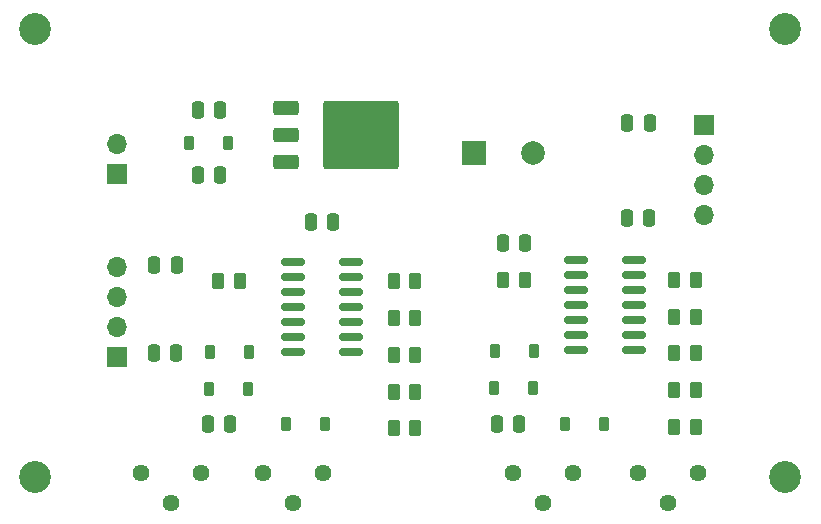
<source format=gbr>
%TF.GenerationSoftware,KiCad,Pcbnew,9.0.0*%
%TF.CreationDate,2025-03-02T16:31:14-06:00*%
%TF.ProjectId,peak-read-amp,7065616b-2d72-4656-9164-2d616d702e6b,rev?*%
%TF.SameCoordinates,Original*%
%TF.FileFunction,Soldermask,Top*%
%TF.FilePolarity,Negative*%
%FSLAX46Y46*%
G04 Gerber Fmt 4.6, Leading zero omitted, Abs format (unit mm)*
G04 Created by KiCad (PCBNEW 9.0.0) date 2025-03-02 16:31:14*
%MOMM*%
%LPD*%
G01*
G04 APERTURE LIST*
G04 Aperture macros list*
%AMRoundRect*
0 Rectangle with rounded corners*
0 $1 Rounding radius*
0 $2 $3 $4 $5 $6 $7 $8 $9 X,Y pos of 4 corners*
0 Add a 4 corners polygon primitive as box body*
4,1,4,$2,$3,$4,$5,$6,$7,$8,$9,$2,$3,0*
0 Add four circle primitives for the rounded corners*
1,1,$1+$1,$2,$3*
1,1,$1+$1,$4,$5*
1,1,$1+$1,$6,$7*
1,1,$1+$1,$8,$9*
0 Add four rect primitives between the rounded corners*
20,1,$1+$1,$2,$3,$4,$5,0*
20,1,$1+$1,$4,$5,$6,$7,0*
20,1,$1+$1,$6,$7,$8,$9,0*
20,1,$1+$1,$8,$9,$2,$3,0*%
G04 Aperture macros list end*
%ADD10RoundRect,0.250000X-0.262500X-0.450000X0.262500X-0.450000X0.262500X0.450000X-0.262500X0.450000X0*%
%ADD11R,2.000000X2.000000*%
%ADD12C,2.000000*%
%ADD13C,2.700000*%
%ADD14C,1.440000*%
%ADD15RoundRect,0.250000X0.250000X0.475000X-0.250000X0.475000X-0.250000X-0.475000X0.250000X-0.475000X0*%
%ADD16RoundRect,0.225000X-0.225000X-0.375000X0.225000X-0.375000X0.225000X0.375000X-0.225000X0.375000X0*%
%ADD17RoundRect,0.250000X-0.250000X-0.475000X0.250000X-0.475000X0.250000X0.475000X-0.250000X0.475000X0*%
%ADD18RoundRect,0.250000X0.262500X0.450000X-0.262500X0.450000X-0.262500X-0.450000X0.262500X-0.450000X0*%
%ADD19R,1.700000X1.700000*%
%ADD20O,1.700000X1.700000*%
%ADD21RoundRect,0.150000X-0.825000X-0.150000X0.825000X-0.150000X0.825000X0.150000X-0.825000X0.150000X0*%
%ADD22RoundRect,0.225000X0.225000X0.375000X-0.225000X0.375000X-0.225000X-0.375000X0.225000X-0.375000X0*%
%ADD23RoundRect,0.250000X-0.850000X-0.350000X0.850000X-0.350000X0.850000X0.350000X-0.850000X0.350000X0*%
%ADD24RoundRect,0.249997X-2.950003X-2.650003X2.950003X-2.650003X2.950003X2.650003X-2.950003X2.650003X0*%
G04 APERTURE END LIST*
D10*
%TO.C,R8*%
X109337500Y-129100000D03*
X111162500Y-129100000D03*
%TD*%
%TO.C,R5*%
X133087500Y-122750000D03*
X134912500Y-122750000D03*
%TD*%
D11*
%TO.C,C2*%
X116132323Y-112000000D03*
D12*
X121132323Y-112000000D03*
%TD*%
D13*
%TO.C,H2*%
X142500000Y-101500000D03*
%TD*%
D14*
%TO.C,RV1*%
X124550000Y-139125000D03*
X122010000Y-141665000D03*
X119470000Y-139125000D03*
%TD*%
D13*
%TO.C,H4*%
X79000000Y-139500000D03*
%TD*%
D14*
%TO.C,RV2*%
X135080000Y-139125000D03*
X132540000Y-141665000D03*
X130000000Y-139125000D03*
%TD*%
D15*
%TO.C,C3*%
X94647500Y-113897500D03*
X92747500Y-113897500D03*
%TD*%
D16*
%TO.C,D4*%
X93745000Y-128900000D03*
X97045000Y-128900000D03*
%TD*%
D14*
%TO.C,RV3*%
X93050000Y-139125000D03*
X90510000Y-141665000D03*
X87970000Y-139125000D03*
%TD*%
D10*
%TO.C,R11*%
X109337500Y-122850000D03*
X111162500Y-122850000D03*
%TD*%
%TO.C,R2*%
X133087500Y-129000000D03*
X134912500Y-129000000D03*
%TD*%
D16*
%TO.C,D6*%
X100200000Y-135000000D03*
X103500000Y-135000000D03*
%TD*%
D17*
%TO.C,C4*%
X89000000Y-129000000D03*
X90900000Y-129000000D03*
%TD*%
D14*
%TO.C,RV4*%
X103300000Y-139125000D03*
X100760000Y-141665000D03*
X98220000Y-139125000D03*
%TD*%
D13*
%TO.C,H3*%
X142500000Y-139500000D03*
%TD*%
D17*
%TO.C,C8*%
X102300000Y-117850000D03*
X104200000Y-117850000D03*
%TD*%
D18*
%TO.C,R12*%
X111162500Y-125975000D03*
X109337500Y-125975000D03*
%TD*%
D10*
%TO.C,R3*%
X133087500Y-132125000D03*
X134912500Y-132125000D03*
%TD*%
D15*
%TO.C,C9*%
X120485000Y-119630000D03*
X118585000Y-119630000D03*
%TD*%
%TO.C,C10*%
X130950000Y-117500000D03*
X129050000Y-117500000D03*
%TD*%
D17*
%TO.C,C5*%
X89050000Y-121500000D03*
X90950000Y-121500000D03*
%TD*%
D15*
%TO.C,C7*%
X95500000Y-135000000D03*
X93600000Y-135000000D03*
%TD*%
D16*
%TO.C,D1*%
X117895000Y-128800000D03*
X121195000Y-128800000D03*
%TD*%
D19*
%TO.C,J1*%
X85875000Y-113775000D03*
D20*
X85875000Y-111235000D03*
%TD*%
D15*
%TO.C,C6*%
X119950000Y-135000000D03*
X118050000Y-135000000D03*
%TD*%
D21*
%TO.C,U2*%
X124760000Y-121130000D03*
X124760000Y-122400000D03*
X124760000Y-123670000D03*
X124760000Y-124940000D03*
X124760000Y-126210000D03*
X124760000Y-127480000D03*
X124760000Y-128750000D03*
X129710000Y-128750000D03*
X129710000Y-127480000D03*
X129710000Y-126210000D03*
X129710000Y-124940000D03*
X129710000Y-123670000D03*
X129710000Y-122400000D03*
X129710000Y-121130000D03*
%TD*%
D22*
%TO.C,D5*%
X97000000Y-132025000D03*
X93700000Y-132025000D03*
%TD*%
D18*
%TO.C,R6*%
X134912500Y-125875000D03*
X133087500Y-125875000D03*
%TD*%
D19*
%TO.C,J3*%
X135625000Y-109700000D03*
D20*
X135625000Y-112240000D03*
X135625000Y-114780000D03*
X135625000Y-117320000D03*
%TD*%
D22*
%TO.C,D2*%
X121150000Y-131925000D03*
X117850000Y-131925000D03*
%TD*%
D16*
%TO.C,D3*%
X123850000Y-135000000D03*
X127150000Y-135000000D03*
%TD*%
D19*
%TO.C,J2*%
X85875000Y-129300000D03*
D20*
X85875000Y-126760000D03*
X85875000Y-124220000D03*
X85875000Y-121680000D03*
%TD*%
D10*
%TO.C,R9*%
X109337500Y-135350000D03*
X111162500Y-135350000D03*
%TD*%
%TO.C,R4*%
X133087500Y-135250000D03*
X134912500Y-135250000D03*
%TD*%
D15*
%TO.C,C11*%
X131000000Y-109500000D03*
X129100000Y-109500000D03*
%TD*%
D10*
%TO.C,R10*%
X109337500Y-132225000D03*
X111162500Y-132225000D03*
%TD*%
D23*
%TO.C,U1*%
X100250000Y-108190000D03*
X100250000Y-110470000D03*
D24*
X106550000Y-110470000D03*
D23*
X100250000Y-112750000D03*
%TD*%
D15*
%TO.C,C1*%
X94647500Y-108397500D03*
X92747500Y-108397500D03*
%TD*%
D10*
%TO.C,R7*%
X94460000Y-122850000D03*
X96285000Y-122850000D03*
%TD*%
D13*
%TO.C,H1*%
X79000000Y-101500000D03*
%TD*%
D10*
%TO.C,R1*%
X118610000Y-122750000D03*
X120435000Y-122750000D03*
%TD*%
D21*
%TO.C,U3*%
X100775000Y-121230000D03*
X100775000Y-122500000D03*
X100775000Y-123770000D03*
X100775000Y-125040000D03*
X100775000Y-126310000D03*
X100775000Y-127580000D03*
X100775000Y-128850000D03*
X105725000Y-128850000D03*
X105725000Y-127580000D03*
X105725000Y-126310000D03*
X105725000Y-125040000D03*
X105725000Y-123770000D03*
X105725000Y-122500000D03*
X105725000Y-121230000D03*
%TD*%
D22*
%TO.C,D7*%
X95325000Y-111147500D03*
X92025000Y-111147500D03*
%TD*%
M02*

</source>
